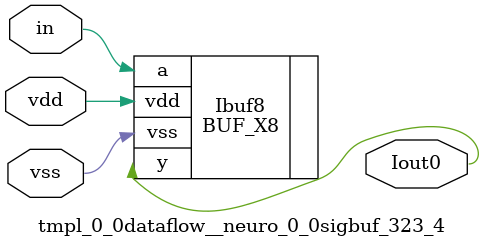
<source format=v>
module tmpl_0_0dataflow__neuro_0_0sigbuf_323_4(in, Iout0 , vdd, vss); 
   input vdd;
   input vss;
   input in;
   

// -- signals ---
   output Iout0 ;
   wire in;

// --- instances
BUF_X8 Ibuf8  (.y(Iout0 ), .a(in), .vdd(vdd), .vss(vss));
endmodule
</source>
